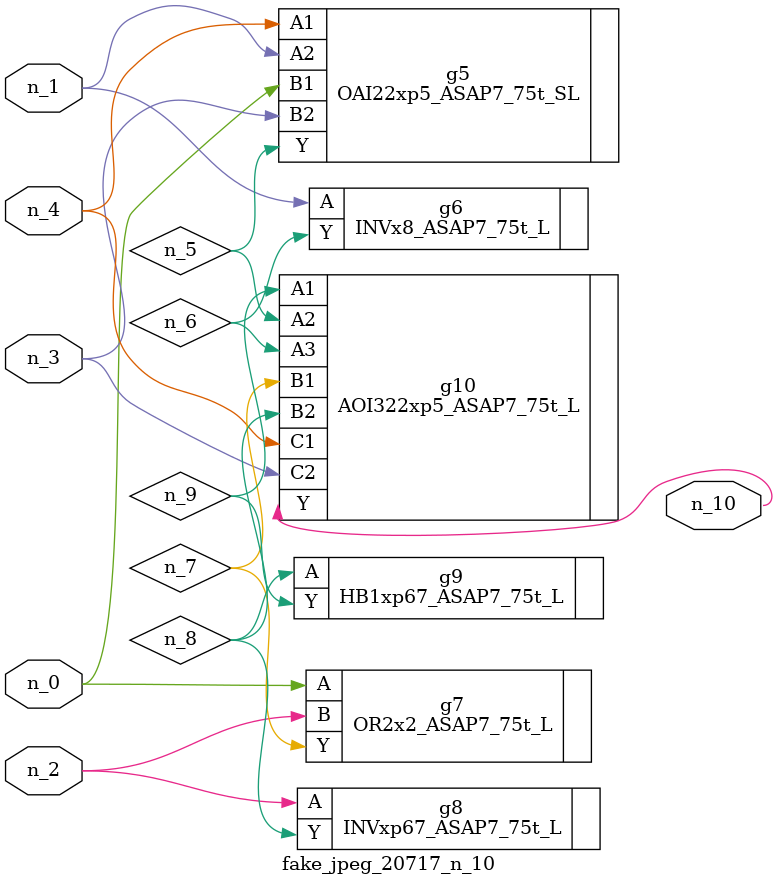
<source format=v>
module fake_jpeg_20717_n_10 (n_3, n_2, n_1, n_0, n_4, n_10);

input n_3;
input n_2;
input n_1;
input n_0;
input n_4;

output n_10;

wire n_8;
wire n_9;
wire n_6;
wire n_5;
wire n_7;

OAI22xp5_ASAP7_75t_SL g5 ( 
.A1(n_4),
.A2(n_1),
.B1(n_0),
.B2(n_3),
.Y(n_5)
);

INVx8_ASAP7_75t_L g6 ( 
.A(n_1),
.Y(n_6)
);

OR2x2_ASAP7_75t_L g7 ( 
.A(n_0),
.B(n_2),
.Y(n_7)
);

INVxp67_ASAP7_75t_L g8 ( 
.A(n_2),
.Y(n_8)
);

HB1xp67_ASAP7_75t_L g9 ( 
.A(n_8),
.Y(n_9)
);

AOI322xp5_ASAP7_75t_L g10 ( 
.A1(n_9),
.A2(n_5),
.A3(n_6),
.B1(n_7),
.B2(n_8),
.C1(n_4),
.C2(n_3),
.Y(n_10)
);


endmodule
</source>
